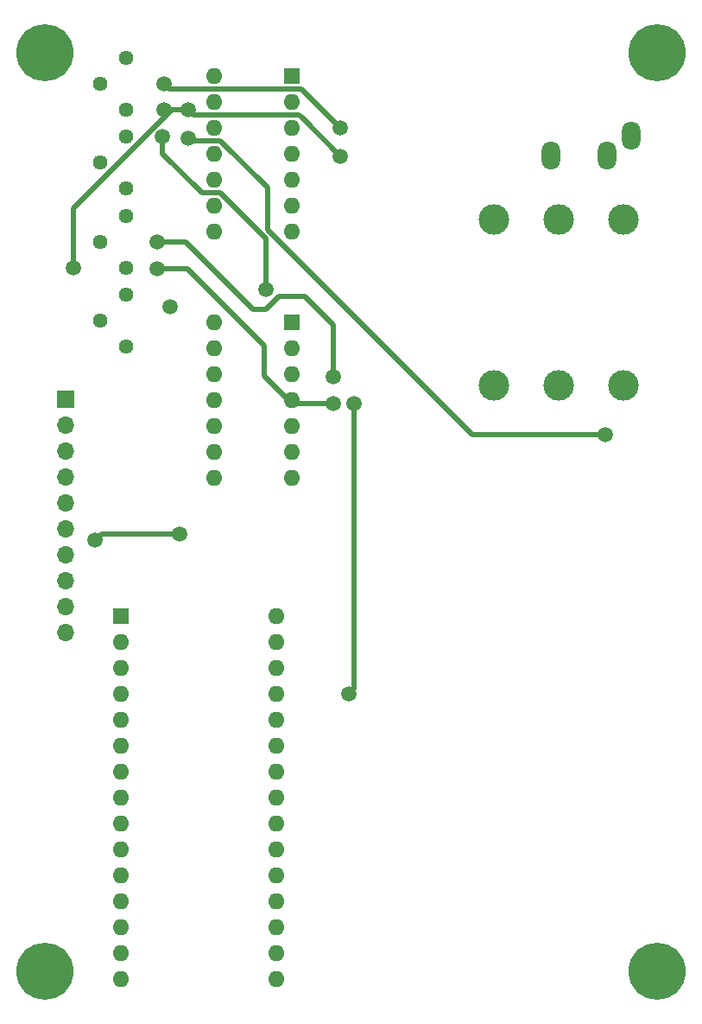
<source format=gbr>
%TF.GenerationSoftware,KiCad,Pcbnew,(6.0.4)*%
%TF.CreationDate,2023-07-24T12:51:12-04:00*%
%TF.ProjectId,BREAD_Slice,42524541-445f-4536-9c69-63652e6b6963,rev?*%
%TF.SameCoordinates,Original*%
%TF.FileFunction,Copper,L1,Top*%
%TF.FilePolarity,Positive*%
%FSLAX46Y46*%
G04 Gerber Fmt 4.6, Leading zero omitted, Abs format (unit mm)*
G04 Created by KiCad (PCBNEW (6.0.4)) date 2023-07-24 12:51:12*
%MOMM*%
%LPD*%
G01*
G04 APERTURE LIST*
%TA.AperFunction,ComponentPad*%
%ADD10C,5.600000*%
%TD*%
%TA.AperFunction,ComponentPad*%
%ADD11R,1.600000X1.600000*%
%TD*%
%TA.AperFunction,ComponentPad*%
%ADD12O,1.600000X1.600000*%
%TD*%
%TA.AperFunction,ComponentPad*%
%ADD13R,1.700000X1.700000*%
%TD*%
%TA.AperFunction,ComponentPad*%
%ADD14O,1.700000X1.700000*%
%TD*%
%TA.AperFunction,ComponentPad*%
%ADD15C,3.000000*%
%TD*%
%TA.AperFunction,ComponentPad*%
%ADD16C,1.440000*%
%TD*%
%TA.AperFunction,ComponentPad*%
%ADD17O,1.800000X2.800000*%
%TD*%
%TA.AperFunction,ViaPad*%
%ADD18C,1.500000*%
%TD*%
%TA.AperFunction,Conductor*%
%ADD19C,0.500000*%
%TD*%
G04 APERTURE END LIST*
D10*
%TO.P,H1,1*%
%TO.N,N/C*%
X127600000Y-44800000D03*
%TD*%
%TO.P,H2,1*%
%TO.N,N/C*%
X187600000Y-44800000D03*
%TD*%
%TO.P,H3,1*%
%TO.N,N/C*%
X127600000Y-134800000D03*
%TD*%
%TO.P,H4,1*%
%TO.N,N/C*%
X187600000Y-134800000D03*
%TD*%
D11*
%TO.P,A1,1*%
%TO.N,Net-(A1-Pad1)*%
X135000000Y-100000000D03*
D12*
%TO.P,A1,2*%
%TO.N,Net-(A1-Pad2)*%
X135000000Y-102540000D03*
%TO.P,A1,3*%
%TO.N,Net-(A1-Pad3)*%
X135000000Y-105080000D03*
%TO.P,A1,4*%
%TO.N,GND*%
X135000000Y-107620000D03*
%TO.P,A1,5*%
%TO.N,/E_STOP*%
X135000000Y-110160000D03*
%TO.P,A1,6*%
%TO.N,/INT*%
X135000000Y-112700000D03*
%TO.P,A1,7*%
%TO.N,/SYNC*%
X135000000Y-115240000D03*
%TO.P,A1,8*%
%TO.N,Net-(A1-Pad8)*%
X135000000Y-117780000D03*
%TO.P,A1,9*%
%TO.N,Net-(A1-Pad9)*%
X135000000Y-120320000D03*
%TO.P,A1,10*%
%TO.N,Net-(A1-Pad10)*%
X135000000Y-122860000D03*
%TO.P,A1,11*%
%TO.N,Net-(A1-Pad11)*%
X135000000Y-125400000D03*
%TO.P,A1,12*%
%TO.N,Net-(A1-Pad12)*%
X135000000Y-127940000D03*
%TO.P,A1,13*%
%TO.N,Net-(A1-Pad13)*%
X135000000Y-130480000D03*
%TO.P,A1,14*%
%TO.N,/SIG_SEL*%
X135000000Y-133020000D03*
%TO.P,A1,15*%
%TO.N,Net-(A1-Pad15)*%
X135000000Y-135560000D03*
%TO.P,A1,16*%
%TO.N,Net-(A1-Pad16)*%
X150240000Y-135560000D03*
%TO.P,A1,17*%
%TO.N,Net-(A1-Pad17)*%
X150240000Y-133020000D03*
%TO.P,A1,18*%
%TO.N,Net-(A1-Pad18)*%
X150240000Y-130480000D03*
%TO.P,A1,19*%
%TO.N,/AUX_SW*%
X150240000Y-127940000D03*
%TO.P,A1,20*%
%TO.N,/LOW*%
X150240000Y-125400000D03*
%TO.P,A1,21*%
%TO.N,/LOW_MID*%
X150240000Y-122860000D03*
%TO.P,A1,22*%
%TO.N,/MID*%
X150240000Y-120320000D03*
%TO.P,A1,23*%
%TO.N,/I2C_DAT*%
X150240000Y-117780000D03*
%TO.P,A1,24*%
%TO.N,/I2C_CLK*%
X150240000Y-115240000D03*
%TO.P,A1,25*%
%TO.N,/HIGH_MID*%
X150240000Y-112700000D03*
%TO.P,A1,26*%
%TO.N,/HIGH*%
X150240000Y-110160000D03*
%TO.P,A1,27*%
%TO.N,+5V*%
X150240000Y-107620000D03*
%TO.P,A1,28*%
%TO.N,Net-(A1-Pad28)*%
X150240000Y-105080000D03*
%TO.P,A1,29*%
%TO.N,GND*%
X150240000Y-102540000D03*
%TO.P,A1,30*%
%TO.N,+12V*%
X150240000Y-100000000D03*
%TD*%
D13*
%TO.P,J1,1*%
%TO.N,GND*%
X129600000Y-78800000D03*
D14*
%TO.P,J1,2*%
%TO.N,+12V*%
X129600000Y-81340000D03*
%TO.P,J1,3*%
%TO.N,/I2C_CLK*%
X129600000Y-83880000D03*
%TO.P,J1,4*%
%TO.N,/I2C_DAT*%
X129600000Y-86420000D03*
%TO.P,J1,5*%
%TO.N,GND*%
X129600000Y-88960000D03*
%TO.P,J1,6*%
%TO.N,/E_STOP*%
X129600000Y-91500000D03*
%TO.P,J1,7*%
%TO.N,/INT*%
X129600000Y-94040000D03*
%TO.P,J1,8*%
%TO.N,/SYNC*%
X129600000Y-96580000D03*
%TO.P,J1,9*%
%TO.N,+12V*%
X129600000Y-99120000D03*
%TO.P,J1,10*%
%TO.N,GND*%
X129600000Y-101660000D03*
%TD*%
D15*
%TO.P,J3,R*%
%TO.N,Net-(J3-PadR)*%
X177972000Y-61187000D03*
%TO.P,J3,RN*%
%TO.N,N/C*%
X177972000Y-77417000D03*
%TO.P,J3,S*%
%TO.N,GND*%
X184322000Y-61187000D03*
%TO.P,J3,SN*%
%TO.N,N/C*%
X184322000Y-77417000D03*
%TO.P,J3,T*%
%TO.N,Net-(J3-PadT)*%
X171622000Y-61187000D03*
%TO.P,J3,TN*%
%TO.N,N/C*%
X171622000Y-77417000D03*
%TD*%
D16*
%TO.P,RV1,1*%
%TO.N,+5V*%
X135554000Y-50392000D03*
%TO.P,RV1,2*%
%TO.N,Net-(RV1-Pad2)*%
X133014000Y-47852000D03*
%TO.P,RV1,3*%
%TO.N,GND*%
X135554000Y-45312000D03*
%TD*%
%TO.P,RV2,1*%
%TO.N,GND*%
X135554000Y-58139000D03*
%TO.P,RV2,2*%
%TO.N,Net-(R6-Pad1)*%
X133014000Y-55599000D03*
%TO.P,RV2,3*%
%TO.N,/AUX_SW*%
X135554000Y-53059000D03*
%TD*%
%TO.P,RV3,1*%
%TO.N,+5V*%
X135554000Y-65886000D03*
%TO.P,RV3,2*%
%TO.N,Net-(RV3-Pad2)*%
X133014000Y-63346000D03*
%TO.P,RV3,3*%
%TO.N,GND*%
X135554000Y-60806000D03*
%TD*%
%TO.P,RV4,1*%
%TO.N,GND*%
X135554000Y-73633000D03*
%TO.P,RV4,2*%
%TO.N,Net-(R12-Pad1)*%
X133014000Y-71093000D03*
%TO.P,RV4,3*%
%TO.N,/AUX_SW*%
X135554000Y-68553000D03*
%TD*%
D17*
%TO.P,J2,R*%
%TO.N,Net-(J2-PadR)*%
X177184000Y-54932000D03*
%TO.P,J2,S*%
%TO.N,GND*%
X185084000Y-52932000D03*
%TO.P,J2,T*%
%TO.N,Net-(J2-PadT)*%
X182684000Y-54932000D03*
%TD*%
D11*
%TO.P,U1,1*%
%TO.N,Net-(R1-Pad1)*%
X151810000Y-47090000D03*
D12*
%TO.P,U1,2*%
%TO.N,Net-(R1-Pad2)*%
X151810000Y-49630000D03*
%TO.P,U1,3*%
%TO.N,Net-(RV1-Pad2)*%
X151810000Y-52170000D03*
%TO.P,U1,4*%
%TO.N,+5V*%
X151810000Y-54710000D03*
%TO.P,U1,5*%
%TO.N,Net-(R3-Pad2)*%
X151810000Y-57250000D03*
%TO.P,U1,6*%
%TO.N,Net-(R2-Pad1)*%
X151810000Y-59790000D03*
%TO.P,U1,7*%
%TO.N,Net-(R5-Pad1)*%
X151810000Y-62330000D03*
%TO.P,U1,8*%
%TO.N,/AUX_SW*%
X144190000Y-62330000D03*
%TO.P,U1,9*%
%TO.N,Net-(R6-Pad2)*%
X144190000Y-59790000D03*
%TO.P,U1,10*%
%TO.N,Net-(R5-Pad1)*%
X144190000Y-57250000D03*
%TO.P,U1,11*%
%TO.N,GND*%
X144190000Y-54710000D03*
%TO.P,U1,12*%
%TO.N,N/C*%
X144190000Y-52170000D03*
%TO.P,U1,13*%
X144190000Y-49630000D03*
%TO.P,U1,14*%
X144190000Y-47090000D03*
%TD*%
D11*
%TO.P,U2,1*%
%TO.N,Net-(R7-Pad1)*%
X151810000Y-71220000D03*
D12*
%TO.P,U2,2*%
%TO.N,Net-(R7-Pad2)*%
X151810000Y-73760000D03*
%TO.P,U2,3*%
%TO.N,Net-(RV3-Pad2)*%
X151810000Y-76300000D03*
%TO.P,U2,4*%
%TO.N,+5V*%
X151810000Y-78840000D03*
%TO.P,U2,5*%
%TO.N,Net-(R10-Pad1)*%
X151810000Y-81380000D03*
%TO.P,U2,6*%
%TO.N,Net-(R11-Pad2)*%
X151810000Y-83920000D03*
%TO.P,U2,7*%
%TO.N,Net-(R11-Pad1)*%
X151810000Y-86460000D03*
%TO.P,U2,8*%
%TO.N,/AUX_SW*%
X144190000Y-86460000D03*
%TO.P,U2,9*%
%TO.N,Net-(R12-Pad2)*%
X144190000Y-83920000D03*
%TO.P,U2,10*%
%TO.N,Net-(R11-Pad1)*%
X144190000Y-81380000D03*
%TO.P,U2,11*%
%TO.N,GND*%
X144190000Y-78840000D03*
%TO.P,U2,12*%
%TO.N,N/C*%
X144190000Y-76300000D03*
%TO.P,U2,13*%
X144190000Y-73760000D03*
%TO.P,U2,14*%
X144190000Y-71220000D03*
%TD*%
D18*
%TO.N,GND*%
X132500000Y-92600000D03*
X139808500Y-69696000D03*
X140761000Y-91984500D03*
%TO.N,+5V*%
X130347000Y-65886000D03*
X141650000Y-50392000D03*
X138602000Y-66013000D03*
X155874000Y-79221000D03*
X157906000Y-79221000D03*
X139237000Y-50392000D03*
X157398000Y-107669000D03*
X156509000Y-54964000D03*
%TO.N,Net-(RV1-Pad2)*%
X139237000Y-47852000D03*
X156509000Y-52170000D03*
%TO.N,/AUX_SW*%
X141650000Y-53186000D03*
X182544000Y-82269000D03*
X139110000Y-53059000D03*
X149270000Y-68045000D03*
%TO.N,Net-(RV3-Pad2)*%
X155874000Y-76554000D03*
X138602000Y-63346000D03*
%TD*%
D19*
%TO.N,GND*%
X133115500Y-91984500D02*
X140761000Y-91984500D01*
X132500000Y-92600000D02*
X133115500Y-91984500D01*
%TO.N,+5V*%
X157906000Y-79221000D02*
X157906000Y-107161000D01*
X141523000Y-66013000D02*
X149079500Y-73569500D01*
X141650000Y-50392000D02*
X142158000Y-50900000D01*
X142158000Y-50900000D02*
X152445000Y-50900000D01*
X149079500Y-73569500D02*
X149079500Y-76490500D01*
X139237000Y-50392000D02*
X141650000Y-50392000D01*
X152445000Y-50900000D02*
X152762500Y-51217500D01*
X157906000Y-107161000D02*
X157398000Y-107669000D01*
X149079500Y-76490500D02*
X151810000Y-79221000D01*
X140000998Y-50392000D02*
X130347000Y-60045998D01*
X152762500Y-51217500D02*
X156509000Y-54964000D01*
X141650000Y-50392000D02*
X140000998Y-50392000D01*
X151810000Y-79221000D02*
X155874000Y-79221000D01*
X130347000Y-60045998D02*
X130347000Y-65886000D01*
X138602000Y-66013000D02*
X141523000Y-66013000D01*
%TO.N,Net-(RV1-Pad2)*%
X152889500Y-48550500D02*
X156509000Y-52170000D01*
X152699000Y-48360000D02*
X152889500Y-48550500D01*
X139237000Y-47852000D02*
X139745000Y-48360000D01*
X139745000Y-48360000D02*
X152699000Y-48360000D01*
%TO.N,/AUX_SW*%
X144790001Y-58539999D02*
X149270000Y-63019998D01*
X149270000Y-63219000D02*
X149270000Y-68045000D01*
X149397000Y-62203000D02*
X169463000Y-82269000D01*
X141650000Y-53186000D02*
X141904000Y-53440000D01*
X144770002Y-53440000D02*
X149397000Y-58066998D01*
X139110000Y-54710000D02*
X142939999Y-58539999D01*
X142939999Y-58539999D02*
X144790001Y-58539999D01*
X141904000Y-53440000D02*
X144770002Y-53440000D01*
X149397000Y-58066998D02*
X149397000Y-62203000D01*
X170733000Y-82269000D02*
X182544000Y-82269000D01*
X169463000Y-82269000D02*
X170733000Y-82269000D01*
X149270000Y-63019998D02*
X149270000Y-63219000D01*
X139110000Y-53059000D02*
X139110000Y-54710000D01*
%TO.N,Net-(RV3-Pad2)*%
X153080000Y-68680000D02*
X150540000Y-68680000D01*
X138602000Y-63346000D02*
X141396000Y-63346000D01*
X149270000Y-69950000D02*
X148000000Y-69950000D01*
X150540000Y-68680000D02*
X149270000Y-69950000D01*
X155874000Y-71474000D02*
X153080000Y-68680000D01*
X138602000Y-63346000D02*
X140126000Y-63346000D01*
X155874000Y-76554000D02*
X155874000Y-71474000D01*
X148000000Y-69950000D02*
X141396000Y-63346000D01*
%TD*%
M02*

</source>
